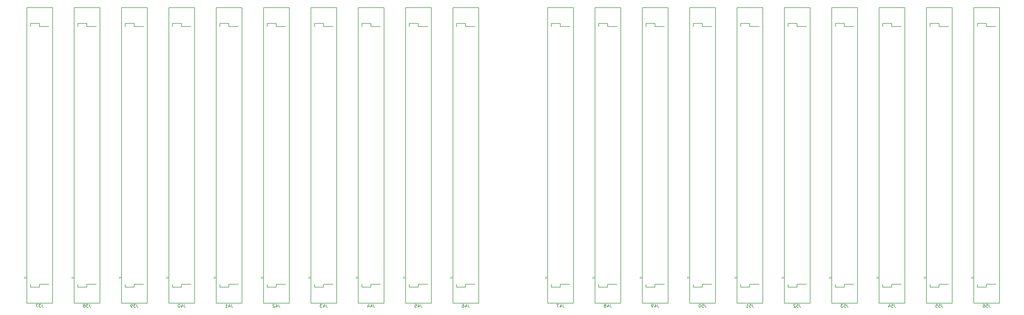
<source format=gbr>
G04 #@! TF.GenerationSoftware,KiCad,Pcbnew,(5.0.0)*
G04 #@! TF.CreationDate,2019-04-22T09:25:53+01:00*
G04 #@! TF.ProjectId,Backplane1,4261636B706C616E65312E6B69636164,rev?*
G04 #@! TF.SameCoordinates,Original*
G04 #@! TF.FileFunction,Legend,Bot*
G04 #@! TF.FilePolarity,Positive*
%FSLAX46Y46*%
G04 Gerber Fmt 4.6, Leading zero omitted, Abs format (unit mm)*
G04 Created by KiCad (PCBNEW (5.0.0)) date 04/22/19 09:25:53*
%MOMM*%
%LPD*%
G01*
G04 APERTURE LIST*
%ADD10C,0.120000*%
%ADD11C,0.150000*%
G04 APERTURE END LIST*
D10*
G04 #@! TO.C,J46*
X199620000Y-134320000D02*
X200220000Y-134620000D01*
X199620000Y-134920000D02*
X199620000Y-134320000D01*
X200220000Y-134620000D02*
X199620000Y-134920000D01*
D11*
X201495000Y-52750000D02*
X201495000Y-53750000D01*
X204445000Y-52750000D02*
X201495000Y-52750000D01*
X204445000Y-53750000D02*
X204445000Y-52750000D01*
X207445000Y-53750000D02*
X204445000Y-53750000D01*
X204445000Y-136750000D02*
X207445000Y-136750000D01*
X204445000Y-137750000D02*
X204445000Y-136750000D01*
X201495000Y-137750000D02*
X204445000Y-137750000D01*
X201495000Y-136750000D02*
X201495000Y-137750000D01*
X208620000Y-142850000D02*
X200320000Y-142850000D01*
X208620000Y-47650000D02*
X208620000Y-142850000D01*
X200320000Y-47650000D02*
X208620000Y-47650000D01*
X200320000Y-142850000D02*
X200320000Y-47650000D01*
D10*
G04 #@! TO.C,J37*
X62460000Y-134320000D02*
X63060000Y-134620000D01*
X62460000Y-134920000D02*
X62460000Y-134320000D01*
X63060000Y-134620000D02*
X62460000Y-134920000D01*
D11*
X64335000Y-52750000D02*
X64335000Y-53750000D01*
X67285000Y-52750000D02*
X64335000Y-52750000D01*
X67285000Y-53750000D02*
X67285000Y-52750000D01*
X70285000Y-53750000D02*
X67285000Y-53750000D01*
X67285000Y-136750000D02*
X70285000Y-136750000D01*
X67285000Y-137750000D02*
X67285000Y-136750000D01*
X64335000Y-137750000D02*
X67285000Y-137750000D01*
X64335000Y-136750000D02*
X64335000Y-137750000D01*
X71460000Y-142850000D02*
X63160000Y-142850000D01*
X71460000Y-47650000D02*
X71460000Y-142850000D01*
X63160000Y-47650000D02*
X71460000Y-47650000D01*
X63160000Y-142850000D02*
X63160000Y-47650000D01*
D10*
G04 #@! TO.C,J38*
X77700000Y-134320000D02*
X78300000Y-134620000D01*
X77700000Y-134920000D02*
X77700000Y-134320000D01*
X78300000Y-134620000D02*
X77700000Y-134920000D01*
D11*
X79575000Y-52750000D02*
X79575000Y-53750000D01*
X82525000Y-52750000D02*
X79575000Y-52750000D01*
X82525000Y-53750000D02*
X82525000Y-52750000D01*
X85525000Y-53750000D02*
X82525000Y-53750000D01*
X82525000Y-136750000D02*
X85525000Y-136750000D01*
X82525000Y-137750000D02*
X82525000Y-136750000D01*
X79575000Y-137750000D02*
X82525000Y-137750000D01*
X79575000Y-136750000D02*
X79575000Y-137750000D01*
X86700000Y-142850000D02*
X78400000Y-142850000D01*
X86700000Y-47650000D02*
X86700000Y-142850000D01*
X78400000Y-47650000D02*
X86700000Y-47650000D01*
X78400000Y-142850000D02*
X78400000Y-47650000D01*
D10*
G04 #@! TO.C,J39*
X92940000Y-134320000D02*
X93540000Y-134620000D01*
X92940000Y-134920000D02*
X92940000Y-134320000D01*
X93540000Y-134620000D02*
X92940000Y-134920000D01*
D11*
X94815000Y-52750000D02*
X94815000Y-53750000D01*
X97765000Y-52750000D02*
X94815000Y-52750000D01*
X97765000Y-53750000D02*
X97765000Y-52750000D01*
X100765000Y-53750000D02*
X97765000Y-53750000D01*
X97765000Y-136750000D02*
X100765000Y-136750000D01*
X97765000Y-137750000D02*
X97765000Y-136750000D01*
X94815000Y-137750000D02*
X97765000Y-137750000D01*
X94815000Y-136750000D02*
X94815000Y-137750000D01*
X101940000Y-142850000D02*
X93640000Y-142850000D01*
X101940000Y-47650000D02*
X101940000Y-142850000D01*
X93640000Y-47650000D02*
X101940000Y-47650000D01*
X93640000Y-142850000D02*
X93640000Y-47650000D01*
D10*
G04 #@! TO.C,J40*
X108180000Y-134320000D02*
X108780000Y-134620000D01*
X108180000Y-134920000D02*
X108180000Y-134320000D01*
X108780000Y-134620000D02*
X108180000Y-134920000D01*
D11*
X110055000Y-52750000D02*
X110055000Y-53750000D01*
X113005000Y-52750000D02*
X110055000Y-52750000D01*
X113005000Y-53750000D02*
X113005000Y-52750000D01*
X116005000Y-53750000D02*
X113005000Y-53750000D01*
X113005000Y-136750000D02*
X116005000Y-136750000D01*
X113005000Y-137750000D02*
X113005000Y-136750000D01*
X110055000Y-137750000D02*
X113005000Y-137750000D01*
X110055000Y-136750000D02*
X110055000Y-137750000D01*
X117180000Y-142850000D02*
X108880000Y-142850000D01*
X117180000Y-47650000D02*
X117180000Y-142850000D01*
X108880000Y-47650000D02*
X117180000Y-47650000D01*
X108880000Y-142850000D02*
X108880000Y-47650000D01*
D10*
G04 #@! TO.C,J41*
X123420000Y-134320000D02*
X124020000Y-134620000D01*
X123420000Y-134920000D02*
X123420000Y-134320000D01*
X124020000Y-134620000D02*
X123420000Y-134920000D01*
D11*
X125295000Y-52750000D02*
X125295000Y-53750000D01*
X128245000Y-52750000D02*
X125295000Y-52750000D01*
X128245000Y-53750000D02*
X128245000Y-52750000D01*
X131245000Y-53750000D02*
X128245000Y-53750000D01*
X128245000Y-136750000D02*
X131245000Y-136750000D01*
X128245000Y-137750000D02*
X128245000Y-136750000D01*
X125295000Y-137750000D02*
X128245000Y-137750000D01*
X125295000Y-136750000D02*
X125295000Y-137750000D01*
X132420000Y-142850000D02*
X124120000Y-142850000D01*
X132420000Y-47650000D02*
X132420000Y-142850000D01*
X124120000Y-47650000D02*
X132420000Y-47650000D01*
X124120000Y-142850000D02*
X124120000Y-47650000D01*
D10*
G04 #@! TO.C,J42*
X138660000Y-134320000D02*
X139260000Y-134620000D01*
X138660000Y-134920000D02*
X138660000Y-134320000D01*
X139260000Y-134620000D02*
X138660000Y-134920000D01*
D11*
X140535000Y-52750000D02*
X140535000Y-53750000D01*
X143485000Y-52750000D02*
X140535000Y-52750000D01*
X143485000Y-53750000D02*
X143485000Y-52750000D01*
X146485000Y-53750000D02*
X143485000Y-53750000D01*
X143485000Y-136750000D02*
X146485000Y-136750000D01*
X143485000Y-137750000D02*
X143485000Y-136750000D01*
X140535000Y-137750000D02*
X143485000Y-137750000D01*
X140535000Y-136750000D02*
X140535000Y-137750000D01*
X147660000Y-142850000D02*
X139360000Y-142850000D01*
X147660000Y-47650000D02*
X147660000Y-142850000D01*
X139360000Y-47650000D02*
X147660000Y-47650000D01*
X139360000Y-142850000D02*
X139360000Y-47650000D01*
D10*
G04 #@! TO.C,J43*
X153900000Y-134320000D02*
X154500000Y-134620000D01*
X153900000Y-134920000D02*
X153900000Y-134320000D01*
X154500000Y-134620000D02*
X153900000Y-134920000D01*
D11*
X155775000Y-52750000D02*
X155775000Y-53750000D01*
X158725000Y-52750000D02*
X155775000Y-52750000D01*
X158725000Y-53750000D02*
X158725000Y-52750000D01*
X161725000Y-53750000D02*
X158725000Y-53750000D01*
X158725000Y-136750000D02*
X161725000Y-136750000D01*
X158725000Y-137750000D02*
X158725000Y-136750000D01*
X155775000Y-137750000D02*
X158725000Y-137750000D01*
X155775000Y-136750000D02*
X155775000Y-137750000D01*
X162900000Y-142850000D02*
X154600000Y-142850000D01*
X162900000Y-47650000D02*
X162900000Y-142850000D01*
X154600000Y-47650000D02*
X162900000Y-47650000D01*
X154600000Y-142850000D02*
X154600000Y-47650000D01*
D10*
G04 #@! TO.C,J44*
X169140000Y-134320000D02*
X169740000Y-134620000D01*
X169140000Y-134920000D02*
X169140000Y-134320000D01*
X169740000Y-134620000D02*
X169140000Y-134920000D01*
D11*
X171015000Y-52750000D02*
X171015000Y-53750000D01*
X173965000Y-52750000D02*
X171015000Y-52750000D01*
X173965000Y-53750000D02*
X173965000Y-52750000D01*
X176965000Y-53750000D02*
X173965000Y-53750000D01*
X173965000Y-136750000D02*
X176965000Y-136750000D01*
X173965000Y-137750000D02*
X173965000Y-136750000D01*
X171015000Y-137750000D02*
X173965000Y-137750000D01*
X171015000Y-136750000D02*
X171015000Y-137750000D01*
X178140000Y-142850000D02*
X169840000Y-142850000D01*
X178140000Y-47650000D02*
X178140000Y-142850000D01*
X169840000Y-47650000D02*
X178140000Y-47650000D01*
X169840000Y-142850000D02*
X169840000Y-47650000D01*
D10*
G04 #@! TO.C,J45*
X184380000Y-134320000D02*
X184980000Y-134620000D01*
X184380000Y-134920000D02*
X184380000Y-134320000D01*
X184980000Y-134620000D02*
X184380000Y-134920000D01*
D11*
X186255000Y-52750000D02*
X186255000Y-53750000D01*
X189205000Y-52750000D02*
X186255000Y-52750000D01*
X189205000Y-53750000D02*
X189205000Y-52750000D01*
X192205000Y-53750000D02*
X189205000Y-53750000D01*
X189205000Y-136750000D02*
X192205000Y-136750000D01*
X189205000Y-137750000D02*
X189205000Y-136750000D01*
X186255000Y-137750000D02*
X189205000Y-137750000D01*
X186255000Y-136750000D02*
X186255000Y-137750000D01*
X193380000Y-142850000D02*
X185080000Y-142850000D01*
X193380000Y-47650000D02*
X193380000Y-142850000D01*
X185080000Y-47650000D02*
X193380000Y-47650000D01*
X185080000Y-142850000D02*
X185080000Y-47650000D01*
D10*
G04 #@! TO.C,J47*
X230100000Y-134320000D02*
X230700000Y-134620000D01*
X230100000Y-134920000D02*
X230100000Y-134320000D01*
X230700000Y-134620000D02*
X230100000Y-134920000D01*
D11*
X231975000Y-52750000D02*
X231975000Y-53750000D01*
X234925000Y-52750000D02*
X231975000Y-52750000D01*
X234925000Y-53750000D02*
X234925000Y-52750000D01*
X237925000Y-53750000D02*
X234925000Y-53750000D01*
X234925000Y-136750000D02*
X237925000Y-136750000D01*
X234925000Y-137750000D02*
X234925000Y-136750000D01*
X231975000Y-137750000D02*
X234925000Y-137750000D01*
X231975000Y-136750000D02*
X231975000Y-137750000D01*
X239100000Y-142850000D02*
X230800000Y-142850000D01*
X239100000Y-47650000D02*
X239100000Y-142850000D01*
X230800000Y-47650000D02*
X239100000Y-47650000D01*
X230800000Y-142850000D02*
X230800000Y-47650000D01*
D10*
G04 #@! TO.C,J48*
X245340000Y-134320000D02*
X245940000Y-134620000D01*
X245340000Y-134920000D02*
X245340000Y-134320000D01*
X245940000Y-134620000D02*
X245340000Y-134920000D01*
D11*
X247215000Y-52750000D02*
X247215000Y-53750000D01*
X250165000Y-52750000D02*
X247215000Y-52750000D01*
X250165000Y-53750000D02*
X250165000Y-52750000D01*
X253165000Y-53750000D02*
X250165000Y-53750000D01*
X250165000Y-136750000D02*
X253165000Y-136750000D01*
X250165000Y-137750000D02*
X250165000Y-136750000D01*
X247215000Y-137750000D02*
X250165000Y-137750000D01*
X247215000Y-136750000D02*
X247215000Y-137750000D01*
X254340000Y-142850000D02*
X246040000Y-142850000D01*
X254340000Y-47650000D02*
X254340000Y-142850000D01*
X246040000Y-47650000D02*
X254340000Y-47650000D01*
X246040000Y-142850000D02*
X246040000Y-47650000D01*
D10*
G04 #@! TO.C,J49*
X260580000Y-134320000D02*
X261180000Y-134620000D01*
X260580000Y-134920000D02*
X260580000Y-134320000D01*
X261180000Y-134620000D02*
X260580000Y-134920000D01*
D11*
X262455000Y-52750000D02*
X262455000Y-53750000D01*
X265405000Y-52750000D02*
X262455000Y-52750000D01*
X265405000Y-53750000D02*
X265405000Y-52750000D01*
X268405000Y-53750000D02*
X265405000Y-53750000D01*
X265405000Y-136750000D02*
X268405000Y-136750000D01*
X265405000Y-137750000D02*
X265405000Y-136750000D01*
X262455000Y-137750000D02*
X265405000Y-137750000D01*
X262455000Y-136750000D02*
X262455000Y-137750000D01*
X269580000Y-142850000D02*
X261280000Y-142850000D01*
X269580000Y-47650000D02*
X269580000Y-142850000D01*
X261280000Y-47650000D02*
X269580000Y-47650000D01*
X261280000Y-142850000D02*
X261280000Y-47650000D01*
D10*
G04 #@! TO.C,J50*
X275820000Y-134320000D02*
X276420000Y-134620000D01*
X275820000Y-134920000D02*
X275820000Y-134320000D01*
X276420000Y-134620000D02*
X275820000Y-134920000D01*
D11*
X277695000Y-52750000D02*
X277695000Y-53750000D01*
X280645000Y-52750000D02*
X277695000Y-52750000D01*
X280645000Y-53750000D02*
X280645000Y-52750000D01*
X283645000Y-53750000D02*
X280645000Y-53750000D01*
X280645000Y-136750000D02*
X283645000Y-136750000D01*
X280645000Y-137750000D02*
X280645000Y-136750000D01*
X277695000Y-137750000D02*
X280645000Y-137750000D01*
X277695000Y-136750000D02*
X277695000Y-137750000D01*
X284820000Y-142850000D02*
X276520000Y-142850000D01*
X284820000Y-47650000D02*
X284820000Y-142850000D01*
X276520000Y-47650000D02*
X284820000Y-47650000D01*
X276520000Y-142850000D02*
X276520000Y-47650000D01*
D10*
G04 #@! TO.C,J51*
X291060000Y-134320000D02*
X291660000Y-134620000D01*
X291060000Y-134920000D02*
X291060000Y-134320000D01*
X291660000Y-134620000D02*
X291060000Y-134920000D01*
D11*
X292935000Y-52750000D02*
X292935000Y-53750000D01*
X295885000Y-52750000D02*
X292935000Y-52750000D01*
X295885000Y-53750000D02*
X295885000Y-52750000D01*
X298885000Y-53750000D02*
X295885000Y-53750000D01*
X295885000Y-136750000D02*
X298885000Y-136750000D01*
X295885000Y-137750000D02*
X295885000Y-136750000D01*
X292935000Y-137750000D02*
X295885000Y-137750000D01*
X292935000Y-136750000D02*
X292935000Y-137750000D01*
X300060000Y-142850000D02*
X291760000Y-142850000D01*
X300060000Y-47650000D02*
X300060000Y-142850000D01*
X291760000Y-47650000D02*
X300060000Y-47650000D01*
X291760000Y-142850000D02*
X291760000Y-47650000D01*
D10*
G04 #@! TO.C,J52*
X306300000Y-134320000D02*
X306900000Y-134620000D01*
X306300000Y-134920000D02*
X306300000Y-134320000D01*
X306900000Y-134620000D02*
X306300000Y-134920000D01*
D11*
X308175000Y-52750000D02*
X308175000Y-53750000D01*
X311125000Y-52750000D02*
X308175000Y-52750000D01*
X311125000Y-53750000D02*
X311125000Y-52750000D01*
X314125000Y-53750000D02*
X311125000Y-53750000D01*
X311125000Y-136750000D02*
X314125000Y-136750000D01*
X311125000Y-137750000D02*
X311125000Y-136750000D01*
X308175000Y-137750000D02*
X311125000Y-137750000D01*
X308175000Y-136750000D02*
X308175000Y-137750000D01*
X315300000Y-142850000D02*
X307000000Y-142850000D01*
X315300000Y-47650000D02*
X315300000Y-142850000D01*
X307000000Y-47650000D02*
X315300000Y-47650000D01*
X307000000Y-142850000D02*
X307000000Y-47650000D01*
D10*
G04 #@! TO.C,J53*
X321540000Y-134320000D02*
X322140000Y-134620000D01*
X321540000Y-134920000D02*
X321540000Y-134320000D01*
X322140000Y-134620000D02*
X321540000Y-134920000D01*
D11*
X323415000Y-52750000D02*
X323415000Y-53750000D01*
X326365000Y-52750000D02*
X323415000Y-52750000D01*
X326365000Y-53750000D02*
X326365000Y-52750000D01*
X329365000Y-53750000D02*
X326365000Y-53750000D01*
X326365000Y-136750000D02*
X329365000Y-136750000D01*
X326365000Y-137750000D02*
X326365000Y-136750000D01*
X323415000Y-137750000D02*
X326365000Y-137750000D01*
X323415000Y-136750000D02*
X323415000Y-137750000D01*
X330540000Y-142850000D02*
X322240000Y-142850000D01*
X330540000Y-47650000D02*
X330540000Y-142850000D01*
X322240000Y-47650000D02*
X330540000Y-47650000D01*
X322240000Y-142850000D02*
X322240000Y-47650000D01*
D10*
G04 #@! TO.C,J54*
X336780000Y-134320000D02*
X337380000Y-134620000D01*
X336780000Y-134920000D02*
X336780000Y-134320000D01*
X337380000Y-134620000D02*
X336780000Y-134920000D01*
D11*
X338655000Y-52750000D02*
X338655000Y-53750000D01*
X341605000Y-52750000D02*
X338655000Y-52750000D01*
X341605000Y-53750000D02*
X341605000Y-52750000D01*
X344605000Y-53750000D02*
X341605000Y-53750000D01*
X341605000Y-136750000D02*
X344605000Y-136750000D01*
X341605000Y-137750000D02*
X341605000Y-136750000D01*
X338655000Y-137750000D02*
X341605000Y-137750000D01*
X338655000Y-136750000D02*
X338655000Y-137750000D01*
X345780000Y-142850000D02*
X337480000Y-142850000D01*
X345780000Y-47650000D02*
X345780000Y-142850000D01*
X337480000Y-47650000D02*
X345780000Y-47650000D01*
X337480000Y-142850000D02*
X337480000Y-47650000D01*
D10*
G04 #@! TO.C,J55*
X352020000Y-134320000D02*
X352620000Y-134620000D01*
X352020000Y-134920000D02*
X352020000Y-134320000D01*
X352620000Y-134620000D02*
X352020000Y-134920000D01*
D11*
X353895000Y-52750000D02*
X353895000Y-53750000D01*
X356845000Y-52750000D02*
X353895000Y-52750000D01*
X356845000Y-53750000D02*
X356845000Y-52750000D01*
X359845000Y-53750000D02*
X356845000Y-53750000D01*
X356845000Y-136750000D02*
X359845000Y-136750000D01*
X356845000Y-137750000D02*
X356845000Y-136750000D01*
X353895000Y-137750000D02*
X356845000Y-137750000D01*
X353895000Y-136750000D02*
X353895000Y-137750000D01*
X361020000Y-142850000D02*
X352720000Y-142850000D01*
X361020000Y-47650000D02*
X361020000Y-142850000D01*
X352720000Y-47650000D02*
X361020000Y-47650000D01*
X352720000Y-142850000D02*
X352720000Y-47650000D01*
D10*
G04 #@! TO.C,J56*
X367260000Y-134320000D02*
X367860000Y-134620000D01*
X367260000Y-134920000D02*
X367260000Y-134320000D01*
X367860000Y-134620000D02*
X367260000Y-134920000D01*
D11*
X369135000Y-52750000D02*
X369135000Y-53750000D01*
X372085000Y-52750000D02*
X369135000Y-52750000D01*
X372085000Y-53750000D02*
X372085000Y-52750000D01*
X375085000Y-53750000D02*
X372085000Y-53750000D01*
X372085000Y-136750000D02*
X375085000Y-136750000D01*
X372085000Y-137750000D02*
X372085000Y-136750000D01*
X369135000Y-137750000D02*
X372085000Y-137750000D01*
X369135000Y-136750000D02*
X369135000Y-137750000D01*
X376260000Y-142850000D02*
X367960000Y-142850000D01*
X376260000Y-47650000D02*
X376260000Y-142850000D01*
X367960000Y-47650000D02*
X376260000Y-47650000D01*
X367960000Y-142850000D02*
X367960000Y-47650000D01*
G04 #@! TO.C,J46*
X205279523Y-143202380D02*
X205279523Y-143916666D01*
X205327142Y-144059523D01*
X205422380Y-144154761D01*
X205565238Y-144202380D01*
X205660476Y-144202380D01*
X204374761Y-143535714D02*
X204374761Y-144202380D01*
X204612857Y-143154761D02*
X204850952Y-143869047D01*
X204231904Y-143869047D01*
X203422380Y-143202380D02*
X203612857Y-143202380D01*
X203708095Y-143250000D01*
X203755714Y-143297619D01*
X203850952Y-143440476D01*
X203898571Y-143630952D01*
X203898571Y-144011904D01*
X203850952Y-144107142D01*
X203803333Y-144154761D01*
X203708095Y-144202380D01*
X203517619Y-144202380D01*
X203422380Y-144154761D01*
X203374761Y-144107142D01*
X203327142Y-144011904D01*
X203327142Y-143773809D01*
X203374761Y-143678571D01*
X203422380Y-143630952D01*
X203517619Y-143583333D01*
X203708095Y-143583333D01*
X203803333Y-143630952D01*
X203850952Y-143678571D01*
X203898571Y-143773809D01*
G04 #@! TO.C,J37*
X68119523Y-143202380D02*
X68119523Y-143916666D01*
X68167142Y-144059523D01*
X68262380Y-144154761D01*
X68405238Y-144202380D01*
X68500476Y-144202380D01*
X67738571Y-143202380D02*
X67119523Y-143202380D01*
X67452857Y-143583333D01*
X67310000Y-143583333D01*
X67214761Y-143630952D01*
X67167142Y-143678571D01*
X67119523Y-143773809D01*
X67119523Y-144011904D01*
X67167142Y-144107142D01*
X67214761Y-144154761D01*
X67310000Y-144202380D01*
X67595714Y-144202380D01*
X67690952Y-144154761D01*
X67738571Y-144107142D01*
X66786190Y-143202380D02*
X66119523Y-143202380D01*
X66548095Y-144202380D01*
G04 #@! TO.C,J38*
X83359523Y-143202380D02*
X83359523Y-143916666D01*
X83407142Y-144059523D01*
X83502380Y-144154761D01*
X83645238Y-144202380D01*
X83740476Y-144202380D01*
X82978571Y-143202380D02*
X82359523Y-143202380D01*
X82692857Y-143583333D01*
X82550000Y-143583333D01*
X82454761Y-143630952D01*
X82407142Y-143678571D01*
X82359523Y-143773809D01*
X82359523Y-144011904D01*
X82407142Y-144107142D01*
X82454761Y-144154761D01*
X82550000Y-144202380D01*
X82835714Y-144202380D01*
X82930952Y-144154761D01*
X82978571Y-144107142D01*
X81788095Y-143630952D02*
X81883333Y-143583333D01*
X81930952Y-143535714D01*
X81978571Y-143440476D01*
X81978571Y-143392857D01*
X81930952Y-143297619D01*
X81883333Y-143250000D01*
X81788095Y-143202380D01*
X81597619Y-143202380D01*
X81502380Y-143250000D01*
X81454761Y-143297619D01*
X81407142Y-143392857D01*
X81407142Y-143440476D01*
X81454761Y-143535714D01*
X81502380Y-143583333D01*
X81597619Y-143630952D01*
X81788095Y-143630952D01*
X81883333Y-143678571D01*
X81930952Y-143726190D01*
X81978571Y-143821428D01*
X81978571Y-144011904D01*
X81930952Y-144107142D01*
X81883333Y-144154761D01*
X81788095Y-144202380D01*
X81597619Y-144202380D01*
X81502380Y-144154761D01*
X81454761Y-144107142D01*
X81407142Y-144011904D01*
X81407142Y-143821428D01*
X81454761Y-143726190D01*
X81502380Y-143678571D01*
X81597619Y-143630952D01*
G04 #@! TO.C,J39*
X98599523Y-143202380D02*
X98599523Y-143916666D01*
X98647142Y-144059523D01*
X98742380Y-144154761D01*
X98885238Y-144202380D01*
X98980476Y-144202380D01*
X98218571Y-143202380D02*
X97599523Y-143202380D01*
X97932857Y-143583333D01*
X97790000Y-143583333D01*
X97694761Y-143630952D01*
X97647142Y-143678571D01*
X97599523Y-143773809D01*
X97599523Y-144011904D01*
X97647142Y-144107142D01*
X97694761Y-144154761D01*
X97790000Y-144202380D01*
X98075714Y-144202380D01*
X98170952Y-144154761D01*
X98218571Y-144107142D01*
X97123333Y-144202380D02*
X96932857Y-144202380D01*
X96837619Y-144154761D01*
X96790000Y-144107142D01*
X96694761Y-143964285D01*
X96647142Y-143773809D01*
X96647142Y-143392857D01*
X96694761Y-143297619D01*
X96742380Y-143250000D01*
X96837619Y-143202380D01*
X97028095Y-143202380D01*
X97123333Y-143250000D01*
X97170952Y-143297619D01*
X97218571Y-143392857D01*
X97218571Y-143630952D01*
X97170952Y-143726190D01*
X97123333Y-143773809D01*
X97028095Y-143821428D01*
X96837619Y-143821428D01*
X96742380Y-143773809D01*
X96694761Y-143726190D01*
X96647142Y-143630952D01*
G04 #@! TO.C,J40*
X113839523Y-143202380D02*
X113839523Y-143916666D01*
X113887142Y-144059523D01*
X113982380Y-144154761D01*
X114125238Y-144202380D01*
X114220476Y-144202380D01*
X112934761Y-143535714D02*
X112934761Y-144202380D01*
X113172857Y-143154761D02*
X113410952Y-143869047D01*
X112791904Y-143869047D01*
X112220476Y-143202380D02*
X112125238Y-143202380D01*
X112030000Y-143250000D01*
X111982380Y-143297619D01*
X111934761Y-143392857D01*
X111887142Y-143583333D01*
X111887142Y-143821428D01*
X111934761Y-144011904D01*
X111982380Y-144107142D01*
X112030000Y-144154761D01*
X112125238Y-144202380D01*
X112220476Y-144202380D01*
X112315714Y-144154761D01*
X112363333Y-144107142D01*
X112410952Y-144011904D01*
X112458571Y-143821428D01*
X112458571Y-143583333D01*
X112410952Y-143392857D01*
X112363333Y-143297619D01*
X112315714Y-143250000D01*
X112220476Y-143202380D01*
G04 #@! TO.C,J41*
X129079523Y-143202380D02*
X129079523Y-143916666D01*
X129127142Y-144059523D01*
X129222380Y-144154761D01*
X129365238Y-144202380D01*
X129460476Y-144202380D01*
X128174761Y-143535714D02*
X128174761Y-144202380D01*
X128412857Y-143154761D02*
X128650952Y-143869047D01*
X128031904Y-143869047D01*
X127127142Y-144202380D02*
X127698571Y-144202380D01*
X127412857Y-144202380D02*
X127412857Y-143202380D01*
X127508095Y-143345238D01*
X127603333Y-143440476D01*
X127698571Y-143488095D01*
G04 #@! TO.C,J42*
X144319523Y-143202380D02*
X144319523Y-143916666D01*
X144367142Y-144059523D01*
X144462380Y-144154761D01*
X144605238Y-144202380D01*
X144700476Y-144202380D01*
X143414761Y-143535714D02*
X143414761Y-144202380D01*
X143652857Y-143154761D02*
X143890952Y-143869047D01*
X143271904Y-143869047D01*
X142938571Y-143297619D02*
X142890952Y-143250000D01*
X142795714Y-143202380D01*
X142557619Y-143202380D01*
X142462380Y-143250000D01*
X142414761Y-143297619D01*
X142367142Y-143392857D01*
X142367142Y-143488095D01*
X142414761Y-143630952D01*
X142986190Y-144202380D01*
X142367142Y-144202380D01*
G04 #@! TO.C,J43*
X159559523Y-143202380D02*
X159559523Y-143916666D01*
X159607142Y-144059523D01*
X159702380Y-144154761D01*
X159845238Y-144202380D01*
X159940476Y-144202380D01*
X158654761Y-143535714D02*
X158654761Y-144202380D01*
X158892857Y-143154761D02*
X159130952Y-143869047D01*
X158511904Y-143869047D01*
X158226190Y-143202380D02*
X157607142Y-143202380D01*
X157940476Y-143583333D01*
X157797619Y-143583333D01*
X157702380Y-143630952D01*
X157654761Y-143678571D01*
X157607142Y-143773809D01*
X157607142Y-144011904D01*
X157654761Y-144107142D01*
X157702380Y-144154761D01*
X157797619Y-144202380D01*
X158083333Y-144202380D01*
X158178571Y-144154761D01*
X158226190Y-144107142D01*
G04 #@! TO.C,J44*
X174799523Y-143202380D02*
X174799523Y-143916666D01*
X174847142Y-144059523D01*
X174942380Y-144154761D01*
X175085238Y-144202380D01*
X175180476Y-144202380D01*
X173894761Y-143535714D02*
X173894761Y-144202380D01*
X174132857Y-143154761D02*
X174370952Y-143869047D01*
X173751904Y-143869047D01*
X172942380Y-143535714D02*
X172942380Y-144202380D01*
X173180476Y-143154761D02*
X173418571Y-143869047D01*
X172799523Y-143869047D01*
G04 #@! TO.C,J45*
X190039523Y-143202380D02*
X190039523Y-143916666D01*
X190087142Y-144059523D01*
X190182380Y-144154761D01*
X190325238Y-144202380D01*
X190420476Y-144202380D01*
X189134761Y-143535714D02*
X189134761Y-144202380D01*
X189372857Y-143154761D02*
X189610952Y-143869047D01*
X188991904Y-143869047D01*
X188134761Y-143202380D02*
X188610952Y-143202380D01*
X188658571Y-143678571D01*
X188610952Y-143630952D01*
X188515714Y-143583333D01*
X188277619Y-143583333D01*
X188182380Y-143630952D01*
X188134761Y-143678571D01*
X188087142Y-143773809D01*
X188087142Y-144011904D01*
X188134761Y-144107142D01*
X188182380Y-144154761D01*
X188277619Y-144202380D01*
X188515714Y-144202380D01*
X188610952Y-144154761D01*
X188658571Y-144107142D01*
G04 #@! TO.C,J47*
X235759523Y-143202380D02*
X235759523Y-143916666D01*
X235807142Y-144059523D01*
X235902380Y-144154761D01*
X236045238Y-144202380D01*
X236140476Y-144202380D01*
X234854761Y-143535714D02*
X234854761Y-144202380D01*
X235092857Y-143154761D02*
X235330952Y-143869047D01*
X234711904Y-143869047D01*
X234426190Y-143202380D02*
X233759523Y-143202380D01*
X234188095Y-144202380D01*
G04 #@! TO.C,J48*
X250999523Y-143202380D02*
X250999523Y-143916666D01*
X251047142Y-144059523D01*
X251142380Y-144154761D01*
X251285238Y-144202380D01*
X251380476Y-144202380D01*
X250094761Y-143535714D02*
X250094761Y-144202380D01*
X250332857Y-143154761D02*
X250570952Y-143869047D01*
X249951904Y-143869047D01*
X249428095Y-143630952D02*
X249523333Y-143583333D01*
X249570952Y-143535714D01*
X249618571Y-143440476D01*
X249618571Y-143392857D01*
X249570952Y-143297619D01*
X249523333Y-143250000D01*
X249428095Y-143202380D01*
X249237619Y-143202380D01*
X249142380Y-143250000D01*
X249094761Y-143297619D01*
X249047142Y-143392857D01*
X249047142Y-143440476D01*
X249094761Y-143535714D01*
X249142380Y-143583333D01*
X249237619Y-143630952D01*
X249428095Y-143630952D01*
X249523333Y-143678571D01*
X249570952Y-143726190D01*
X249618571Y-143821428D01*
X249618571Y-144011904D01*
X249570952Y-144107142D01*
X249523333Y-144154761D01*
X249428095Y-144202380D01*
X249237619Y-144202380D01*
X249142380Y-144154761D01*
X249094761Y-144107142D01*
X249047142Y-144011904D01*
X249047142Y-143821428D01*
X249094761Y-143726190D01*
X249142380Y-143678571D01*
X249237619Y-143630952D01*
G04 #@! TO.C,J49*
X266239523Y-143202380D02*
X266239523Y-143916666D01*
X266287142Y-144059523D01*
X266382380Y-144154761D01*
X266525238Y-144202380D01*
X266620476Y-144202380D01*
X265334761Y-143535714D02*
X265334761Y-144202380D01*
X265572857Y-143154761D02*
X265810952Y-143869047D01*
X265191904Y-143869047D01*
X264763333Y-144202380D02*
X264572857Y-144202380D01*
X264477619Y-144154761D01*
X264430000Y-144107142D01*
X264334761Y-143964285D01*
X264287142Y-143773809D01*
X264287142Y-143392857D01*
X264334761Y-143297619D01*
X264382380Y-143250000D01*
X264477619Y-143202380D01*
X264668095Y-143202380D01*
X264763333Y-143250000D01*
X264810952Y-143297619D01*
X264858571Y-143392857D01*
X264858571Y-143630952D01*
X264810952Y-143726190D01*
X264763333Y-143773809D01*
X264668095Y-143821428D01*
X264477619Y-143821428D01*
X264382380Y-143773809D01*
X264334761Y-143726190D01*
X264287142Y-143630952D01*
G04 #@! TO.C,J50*
X281479523Y-143202380D02*
X281479523Y-143916666D01*
X281527142Y-144059523D01*
X281622380Y-144154761D01*
X281765238Y-144202380D01*
X281860476Y-144202380D01*
X280527142Y-143202380D02*
X281003333Y-143202380D01*
X281050952Y-143678571D01*
X281003333Y-143630952D01*
X280908095Y-143583333D01*
X280670000Y-143583333D01*
X280574761Y-143630952D01*
X280527142Y-143678571D01*
X280479523Y-143773809D01*
X280479523Y-144011904D01*
X280527142Y-144107142D01*
X280574761Y-144154761D01*
X280670000Y-144202380D01*
X280908095Y-144202380D01*
X281003333Y-144154761D01*
X281050952Y-144107142D01*
X279860476Y-143202380D02*
X279765238Y-143202380D01*
X279670000Y-143250000D01*
X279622380Y-143297619D01*
X279574761Y-143392857D01*
X279527142Y-143583333D01*
X279527142Y-143821428D01*
X279574761Y-144011904D01*
X279622380Y-144107142D01*
X279670000Y-144154761D01*
X279765238Y-144202380D01*
X279860476Y-144202380D01*
X279955714Y-144154761D01*
X280003333Y-144107142D01*
X280050952Y-144011904D01*
X280098571Y-143821428D01*
X280098571Y-143583333D01*
X280050952Y-143392857D01*
X280003333Y-143297619D01*
X279955714Y-143250000D01*
X279860476Y-143202380D01*
G04 #@! TO.C,J51*
X296719523Y-143202380D02*
X296719523Y-143916666D01*
X296767142Y-144059523D01*
X296862380Y-144154761D01*
X297005238Y-144202380D01*
X297100476Y-144202380D01*
X295767142Y-143202380D02*
X296243333Y-143202380D01*
X296290952Y-143678571D01*
X296243333Y-143630952D01*
X296148095Y-143583333D01*
X295910000Y-143583333D01*
X295814761Y-143630952D01*
X295767142Y-143678571D01*
X295719523Y-143773809D01*
X295719523Y-144011904D01*
X295767142Y-144107142D01*
X295814761Y-144154761D01*
X295910000Y-144202380D01*
X296148095Y-144202380D01*
X296243333Y-144154761D01*
X296290952Y-144107142D01*
X294767142Y-144202380D02*
X295338571Y-144202380D01*
X295052857Y-144202380D02*
X295052857Y-143202380D01*
X295148095Y-143345238D01*
X295243333Y-143440476D01*
X295338571Y-143488095D01*
G04 #@! TO.C,J52*
X311959523Y-143202380D02*
X311959523Y-143916666D01*
X312007142Y-144059523D01*
X312102380Y-144154761D01*
X312245238Y-144202380D01*
X312340476Y-144202380D01*
X311007142Y-143202380D02*
X311483333Y-143202380D01*
X311530952Y-143678571D01*
X311483333Y-143630952D01*
X311388095Y-143583333D01*
X311150000Y-143583333D01*
X311054761Y-143630952D01*
X311007142Y-143678571D01*
X310959523Y-143773809D01*
X310959523Y-144011904D01*
X311007142Y-144107142D01*
X311054761Y-144154761D01*
X311150000Y-144202380D01*
X311388095Y-144202380D01*
X311483333Y-144154761D01*
X311530952Y-144107142D01*
X310578571Y-143297619D02*
X310530952Y-143250000D01*
X310435714Y-143202380D01*
X310197619Y-143202380D01*
X310102380Y-143250000D01*
X310054761Y-143297619D01*
X310007142Y-143392857D01*
X310007142Y-143488095D01*
X310054761Y-143630952D01*
X310626190Y-144202380D01*
X310007142Y-144202380D01*
G04 #@! TO.C,J53*
X327199523Y-143202380D02*
X327199523Y-143916666D01*
X327247142Y-144059523D01*
X327342380Y-144154761D01*
X327485238Y-144202380D01*
X327580476Y-144202380D01*
X326247142Y-143202380D02*
X326723333Y-143202380D01*
X326770952Y-143678571D01*
X326723333Y-143630952D01*
X326628095Y-143583333D01*
X326390000Y-143583333D01*
X326294761Y-143630952D01*
X326247142Y-143678571D01*
X326199523Y-143773809D01*
X326199523Y-144011904D01*
X326247142Y-144107142D01*
X326294761Y-144154761D01*
X326390000Y-144202380D01*
X326628095Y-144202380D01*
X326723333Y-144154761D01*
X326770952Y-144107142D01*
X325866190Y-143202380D02*
X325247142Y-143202380D01*
X325580476Y-143583333D01*
X325437619Y-143583333D01*
X325342380Y-143630952D01*
X325294761Y-143678571D01*
X325247142Y-143773809D01*
X325247142Y-144011904D01*
X325294761Y-144107142D01*
X325342380Y-144154761D01*
X325437619Y-144202380D01*
X325723333Y-144202380D01*
X325818571Y-144154761D01*
X325866190Y-144107142D01*
G04 #@! TO.C,J54*
X342439523Y-143202380D02*
X342439523Y-143916666D01*
X342487142Y-144059523D01*
X342582380Y-144154761D01*
X342725238Y-144202380D01*
X342820476Y-144202380D01*
X341487142Y-143202380D02*
X341963333Y-143202380D01*
X342010952Y-143678571D01*
X341963333Y-143630952D01*
X341868095Y-143583333D01*
X341630000Y-143583333D01*
X341534761Y-143630952D01*
X341487142Y-143678571D01*
X341439523Y-143773809D01*
X341439523Y-144011904D01*
X341487142Y-144107142D01*
X341534761Y-144154761D01*
X341630000Y-144202380D01*
X341868095Y-144202380D01*
X341963333Y-144154761D01*
X342010952Y-144107142D01*
X340582380Y-143535714D02*
X340582380Y-144202380D01*
X340820476Y-143154761D02*
X341058571Y-143869047D01*
X340439523Y-143869047D01*
G04 #@! TO.C,J55*
X357679523Y-143202380D02*
X357679523Y-143916666D01*
X357727142Y-144059523D01*
X357822380Y-144154761D01*
X357965238Y-144202380D01*
X358060476Y-144202380D01*
X356727142Y-143202380D02*
X357203333Y-143202380D01*
X357250952Y-143678571D01*
X357203333Y-143630952D01*
X357108095Y-143583333D01*
X356870000Y-143583333D01*
X356774761Y-143630952D01*
X356727142Y-143678571D01*
X356679523Y-143773809D01*
X356679523Y-144011904D01*
X356727142Y-144107142D01*
X356774761Y-144154761D01*
X356870000Y-144202380D01*
X357108095Y-144202380D01*
X357203333Y-144154761D01*
X357250952Y-144107142D01*
X355774761Y-143202380D02*
X356250952Y-143202380D01*
X356298571Y-143678571D01*
X356250952Y-143630952D01*
X356155714Y-143583333D01*
X355917619Y-143583333D01*
X355822380Y-143630952D01*
X355774761Y-143678571D01*
X355727142Y-143773809D01*
X355727142Y-144011904D01*
X355774761Y-144107142D01*
X355822380Y-144154761D01*
X355917619Y-144202380D01*
X356155714Y-144202380D01*
X356250952Y-144154761D01*
X356298571Y-144107142D01*
G04 #@! TO.C,J56*
X372919523Y-143202380D02*
X372919523Y-143916666D01*
X372967142Y-144059523D01*
X373062380Y-144154761D01*
X373205238Y-144202380D01*
X373300476Y-144202380D01*
X371967142Y-143202380D02*
X372443333Y-143202380D01*
X372490952Y-143678571D01*
X372443333Y-143630952D01*
X372348095Y-143583333D01*
X372110000Y-143583333D01*
X372014761Y-143630952D01*
X371967142Y-143678571D01*
X371919523Y-143773809D01*
X371919523Y-144011904D01*
X371967142Y-144107142D01*
X372014761Y-144154761D01*
X372110000Y-144202380D01*
X372348095Y-144202380D01*
X372443333Y-144154761D01*
X372490952Y-144107142D01*
X371062380Y-143202380D02*
X371252857Y-143202380D01*
X371348095Y-143250000D01*
X371395714Y-143297619D01*
X371490952Y-143440476D01*
X371538571Y-143630952D01*
X371538571Y-144011904D01*
X371490952Y-144107142D01*
X371443333Y-144154761D01*
X371348095Y-144202380D01*
X371157619Y-144202380D01*
X371062380Y-144154761D01*
X371014761Y-144107142D01*
X370967142Y-144011904D01*
X370967142Y-143773809D01*
X371014761Y-143678571D01*
X371062380Y-143630952D01*
X371157619Y-143583333D01*
X371348095Y-143583333D01*
X371443333Y-143630952D01*
X371490952Y-143678571D01*
X371538571Y-143773809D01*
G04 #@! TD*
M02*

</source>
